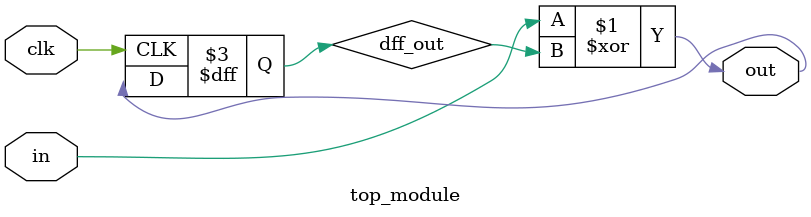
<source format=sv>
module top_module (
    input clk,
    input in,
    output reg out
);

reg dff_out;

// XOR gate
assign out = in ^ dff_out;

// D flip-flop
always @(posedge clk) begin
    dff_out <= out;
end

endmodule

</source>
